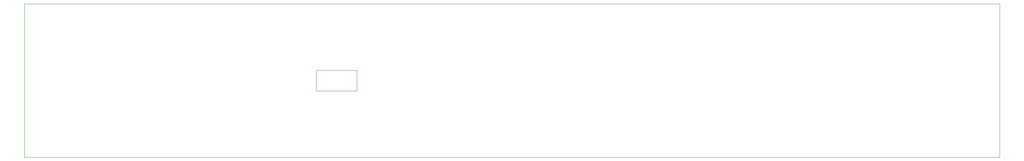
<source format=gbr>
%TF.GenerationSoftware,KiCad,Pcbnew,(6.0.1)*%
%TF.CreationDate,2022-02-04T16:43:36-05:00*%
%TF.ProjectId,fan,66616e2e-6b69-4636-9164-5f7063625858,rev?*%
%TF.SameCoordinates,Original*%
%TF.FileFunction,Profile,NP*%
%FSLAX46Y46*%
G04 Gerber Fmt 4.6, Leading zero omitted, Abs format (unit mm)*
G04 Created by KiCad (PCBNEW (6.0.1)) date 2022-02-04 16:43:36*
%MOMM*%
%LPD*%
G01*
G04 APERTURE LIST*
%TA.AperFunction,Profile*%
%ADD10C,0.010000*%
%TD*%
%TA.AperFunction,Profile*%
%ADD11C,0.100000*%
%TD*%
G04 APERTURE END LIST*
D10*
X283000000Y-113000000D02*
X49009000Y-113000000D01*
X49009000Y-113000000D02*
X49000000Y-76000000D01*
X49000000Y-76000000D02*
X283000000Y-76000000D01*
X283000000Y-76000000D02*
X283000000Y-113000000D01*
D11*
X119025000Y-92000000D02*
X128775000Y-92000000D01*
X128775000Y-92000000D02*
X128775000Y-97000000D01*
X128775000Y-97000000D02*
X119025000Y-97000000D01*
X119025000Y-97000000D02*
X119025000Y-92000000D01*
M02*

</source>
